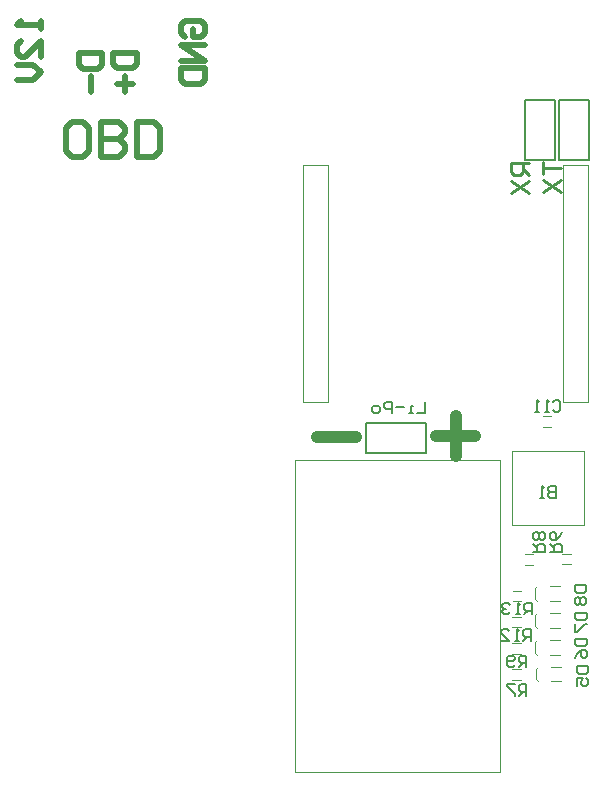
<source format=gbo>
G04*
G04 #@! TF.GenerationSoftware,Altium Limited,Altium Designer,20.0.13 (296)*
G04*
G04 Layer_Color=32896*
%FSLAX44Y44*%
%MOMM*%
G71*
G01*
G75*
%ADD10C,0.2000*%
%ADD11C,0.1000*%
%ADD12C,0.5000*%
%ADD14C,0.2540*%
%ADD52C,1.0000*%
D10*
X2054800Y849550D02*
X2080200D01*
Y900350D01*
X2054800D02*
X2080200D01*
X2054800Y849550D02*
Y900350D01*
X2083800Y849550D02*
X2109200D01*
Y900350D01*
X2083800D02*
X2109200D01*
X2083800Y849550D02*
Y900350D01*
X1920650Y601550D02*
Y626950D01*
Y601550D02*
X1971450D01*
Y626950D01*
X1920650D02*
X1971450D01*
X2060996Y464752D02*
Y474748D01*
X2055998D01*
X2054332Y473082D01*
Y469750D01*
X2055998Y468084D01*
X2060996D01*
X2057664D02*
X2054332Y464752D01*
X2050999D02*
X2047667D01*
X2049333D01*
Y474748D01*
X2050999Y473082D01*
X2042668D02*
X2041002Y474748D01*
X2037670D01*
X2036004Y473082D01*
Y471416D01*
X2037670Y469750D01*
X2039336D01*
X2037670D01*
X2036004Y468084D01*
Y466418D01*
X2037670Y464752D01*
X2041002D01*
X2042668Y466418D01*
X2097002Y489831D02*
X2106998D01*
Y484832D01*
X2105332Y483166D01*
X2098668D01*
X2097002Y484832D01*
Y489831D01*
X2098668Y479834D02*
X2097002Y478168D01*
Y474835D01*
X2098668Y473169D01*
X2100334D01*
X2102000Y474835D01*
X2103666Y473169D01*
X2105332D01*
X2106998Y474835D01*
Y478168D01*
X2105332Y479834D01*
X2103666D01*
X2102000Y478168D01*
X2100334Y479834D01*
X2098668D01*
X2102000Y478168D02*
Y474835D01*
X2059746Y442252D02*
Y452248D01*
X2054748D01*
X2053082Y450582D01*
Y447250D01*
X2054748Y445584D01*
X2059746D01*
X2056414D02*
X2053082Y442252D01*
X2049749D02*
X2046417D01*
X2048083D01*
Y452248D01*
X2049749Y450582D01*
X2034754Y442252D02*
X2041418D01*
X2034754Y448916D01*
Y450582D01*
X2036420Y452248D01*
X2039752D01*
X2041418Y450582D01*
X2097502Y466414D02*
X2107498D01*
Y461416D01*
X2105832Y459749D01*
X2099168D01*
X2097502Y461416D01*
Y466414D01*
Y456417D02*
Y449753D01*
X2099168D01*
X2105832Y456417D01*
X2107498D01*
X2056331Y420002D02*
Y429998D01*
X2051332D01*
X2049666Y428332D01*
Y425000D01*
X2051332Y423334D01*
X2056331D01*
X2052998D02*
X2049666Y420002D01*
X2046334Y421668D02*
X2044668Y420002D01*
X2041335D01*
X2039669Y421668D01*
Y428332D01*
X2041335Y429998D01*
X2044668D01*
X2046334Y428332D01*
Y426666D01*
X2044668Y425000D01*
X2039669D01*
X2061752Y517669D02*
X2071748D01*
Y522668D01*
X2070082Y524334D01*
X2066750D01*
X2065084Y522668D01*
Y517669D01*
Y521002D02*
X2061752Y524334D01*
X2070082Y527666D02*
X2071748Y529332D01*
Y532664D01*
X2070082Y534331D01*
X2068416D01*
X2066750Y532664D01*
X2065084Y534331D01*
X2063418D01*
X2061752Y532664D01*
Y529332D01*
X2063418Y527666D01*
X2065084D01*
X2066750Y529332D01*
X2068416Y527666D01*
X2070082D01*
X2066750Y529332D02*
Y532664D01*
X2056331Y395752D02*
Y405748D01*
X2051332D01*
X2049666Y404082D01*
Y400750D01*
X2051332Y399084D01*
X2056331D01*
X2052998D02*
X2049666Y395752D01*
X2046334Y405748D02*
X2039669D01*
Y404082D01*
X2046334Y397418D01*
Y395752D01*
X2076502Y517919D02*
X2086498D01*
Y522918D01*
X2084832Y524584D01*
X2081500D01*
X2079834Y522918D01*
Y517919D01*
Y521252D02*
X2076502Y524584D01*
X2086498Y534581D02*
X2084832Y531248D01*
X2081500Y527916D01*
X2078168D01*
X2076502Y529582D01*
Y532915D01*
X2078168Y534581D01*
X2079834D01*
X2081500Y532915D01*
Y527916D01*
X2097752Y444372D02*
X2107748D01*
Y439374D01*
X2106082Y437708D01*
X2099418D01*
X2097752Y439374D01*
Y444372D01*
Y427711D02*
X2099418Y431043D01*
X2102750Y434376D01*
X2106082D01*
X2107748Y432709D01*
Y429377D01*
X2106082Y427711D01*
X2104416D01*
X2102750Y429377D01*
Y434376D01*
X2098752Y421081D02*
X2108748D01*
Y416082D01*
X2107082Y414416D01*
X2100418D01*
X2098752Y416082D01*
Y421081D01*
Y404419D02*
Y411084D01*
X2103750D01*
X2102084Y407752D01*
Y406086D01*
X2103750Y404419D01*
X2107082D01*
X2108748Y406086D01*
Y409418D01*
X2107082Y411084D01*
X2078415Y644582D02*
X2080081Y646248D01*
X2083414D01*
X2085080Y644582D01*
Y637918D01*
X2083414Y636252D01*
X2080081D01*
X2078415Y637918D01*
X2075083Y636252D02*
X2071751D01*
X2073417D01*
Y646248D01*
X2075083Y644582D01*
X2066752Y636252D02*
X2063420D01*
X2065086D01*
Y646248D01*
X2066752Y644582D01*
X2080914Y573498D02*
Y563502D01*
X2075916D01*
X2074250Y565168D01*
Y566834D01*
X2075916Y568500D01*
X2080914D01*
X2075916D01*
X2074250Y570166D01*
Y571832D01*
X2075916Y573498D01*
X2080914D01*
X2070918Y563502D02*
X2067585D01*
X2069252D01*
Y573498D01*
X2070918Y571832D01*
X1970532Y644997D02*
Y635000D01*
X1963867D01*
X1960535D02*
X1957203D01*
X1958869D01*
Y641665D01*
X1960535D01*
X1952205Y639998D02*
X1945540D01*
X1942208Y635000D02*
Y644997D01*
X1937209D01*
X1935543Y643331D01*
Y639998D01*
X1937209Y638332D01*
X1942208D01*
X1930545Y635000D02*
X1927213D01*
X1925547Y636666D01*
Y639998D01*
X1927213Y641665D01*
X1930545D01*
X1932211Y639998D01*
Y636666D01*
X1930545Y635000D01*
D11*
X2044500Y475750D02*
X2051500D01*
X2044500Y484750D02*
X2051500D01*
X2063250Y477750D02*
Y486750D01*
Y477750D02*
X2065000Y476000D01*
X2063250Y486750D02*
X2065000Y488500D01*
X2076500D02*
X2084500D01*
X2076500Y476000D02*
X2084500D01*
X2063250Y455083D02*
Y464083D01*
Y455083D02*
X2065000Y453333D01*
X2063250Y464083D02*
X2065000Y465833D01*
X2076500D02*
X2084500D01*
X2076500Y453333D02*
X2084500D01*
X2044300Y454000D02*
X2051300D01*
X2044300Y463000D02*
X2051300D01*
X1860250Y595500D02*
X2033750D01*
Y331750D02*
Y595500D01*
X1860250Y331750D02*
X2033750D01*
X1860250D02*
Y595500D01*
X2044300Y431625D02*
X2051300D01*
X2044300Y440625D02*
X2051300D01*
X2054750Y507000D02*
X2061750D01*
X2054750Y516000D02*
X2061750D01*
X2044300Y409250D02*
X2051300D01*
X2044300Y418250D02*
X2051300D01*
X2086750Y516250D02*
X2093750D01*
X2086750Y507250D02*
X2093750D01*
X1867250Y644500D02*
Y845500D01*
X1888250D01*
Y644500D02*
Y845500D01*
X1867250Y644500D02*
X1888250D01*
X2108250D02*
Y845500D01*
X2087250Y644500D02*
X2108250D01*
X2087250D02*
Y845500D01*
X2108250D01*
X2063250Y432417D02*
Y441417D01*
Y432417D02*
X2065000Y430667D01*
X2063250Y441417D02*
X2065000Y443167D01*
X2076500D02*
X2084500D01*
X2076500Y430667D02*
X2084500D01*
X2064250Y409750D02*
Y418750D01*
Y409750D02*
X2066000Y408000D01*
X2064250Y418750D02*
X2066000Y420500D01*
X2077500D02*
X2085500D01*
X2077500Y408000D02*
X2085500D01*
X2070250Y623750D02*
X2077250D01*
X2070250Y632750D02*
X2077250D01*
X2044000Y540750D02*
Y602750D01*
X2105250D01*
Y540750D02*
Y602750D01*
X2044000Y540750D02*
X2105250D01*
D12*
X1677206Y940300D02*
X1697200D01*
Y930303D01*
X1693868Y926971D01*
X1680539D01*
X1677206Y930303D01*
Y940300D01*
X1687203Y920306D02*
Y906977D01*
X1706256Y940500D02*
X1726250D01*
Y930503D01*
X1722918Y927171D01*
X1709589D01*
X1706256Y930503D01*
Y940500D01*
X1716253Y920506D02*
Y907177D01*
X1709589Y913842D02*
X1722918D01*
X1645250Y967000D02*
Y960335D01*
Y963668D01*
X1625256D01*
X1628589Y967000D01*
X1645250Y937010D02*
Y950339D01*
X1631921Y937010D01*
X1628589D01*
X1625256Y940342D01*
Y947007D01*
X1628589Y950339D01*
X1625256Y930345D02*
X1638586D01*
X1645250Y923681D01*
X1638586Y917016D01*
X1625256D01*
X1767089Y953671D02*
X1763756Y957003D01*
Y963668D01*
X1767089Y967000D01*
X1780418D01*
X1783750Y963668D01*
Y957003D01*
X1780418Y953671D01*
X1773753D01*
Y960335D01*
X1783750Y947006D02*
X1763756D01*
X1783750Y933677D01*
X1763756D01*
Y927013D02*
X1783750D01*
Y917016D01*
X1780418Y913684D01*
X1767089D01*
X1763756Y917016D01*
Y927013D01*
X1681258Y852005D02*
X1671261D01*
X1666263Y857003D01*
Y876997D01*
X1671261Y881995D01*
X1681258D01*
X1686257Y876997D01*
Y857003D01*
X1681258Y852005D01*
X1696253D02*
Y881995D01*
X1711248D01*
X1716247Y876997D01*
Y871998D01*
X1711248Y867000D01*
X1696253D01*
X1711248D01*
X1716247Y862002D01*
Y857003D01*
X1711248Y852005D01*
X1696253D01*
X1726243D02*
Y881995D01*
X1741239D01*
X1746237Y876997D01*
Y857003D01*
X1741239Y852005D01*
X1726243D01*
D14*
X2070132Y847696D02*
Y837539D01*
Y842617D01*
X2085367D01*
X2070132Y832461D02*
X2085367Y822304D01*
X2070132D02*
X2085367Y832461D01*
X2058367Y846696D02*
X2043132D01*
Y839078D01*
X2045672Y836539D01*
X2050750D01*
X2053289Y839078D01*
Y846696D01*
Y841618D02*
X2058367Y836539D01*
X2043132Y831461D02*
X2058367Y821304D01*
X2043132D02*
X2058367Y831461D01*
D52*
X1878558Y614593D02*
X1911881D01*
X1979750Y615839D02*
X2013073D01*
X1996411Y599178D02*
Y632500D01*
M02*

</source>
